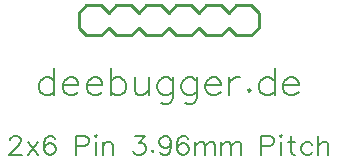
<source format=gto>
G04 Layer: TopSilkscreenLayer*
G04 EasyEDA v6.5.34, 2023-08-08 23:12:56*
G04 417032f779d546a0bdf4f7a8fd0aa538,e87ba6ffdfb0417d91de07616a749205,10*
G04 Gerber Generator version 0.2*
G04 Scale: 100 percent, Rotated: No, Reflected: No *
G04 Dimensions in millimeters *
G04 leading zeros omitted , absolute positions ,4 integer and 5 decimal *
%FSLAX45Y45*%
%MOMM*%

%ADD10C,0.2032*%
%ADD11C,0.2540*%

%LPD*%
D10*
X-969063Y892114D02*
G01*
X-969063Y663006D01*
X-969063Y783148D02*
G01*
X-990907Y804992D01*
X-1012751Y815914D01*
X-1045517Y815914D01*
X-1067361Y804992D01*
X-1089205Y783148D01*
X-1099873Y750382D01*
X-1099873Y728538D01*
X-1089205Y695772D01*
X-1067361Y673928D01*
X-1045517Y663006D01*
X-1012751Y663006D01*
X-990907Y673928D01*
X-969063Y695772D01*
X-897181Y750382D02*
G01*
X-766117Y750382D01*
X-766117Y772226D01*
X-777039Y794070D01*
X-787961Y804992D01*
X-809805Y815914D01*
X-842571Y815914D01*
X-864415Y804992D01*
X-886259Y783148D01*
X-897181Y750382D01*
X-897181Y728538D01*
X-886259Y695772D01*
X-864415Y673928D01*
X-842571Y663006D01*
X-809805Y663006D01*
X-787961Y673928D01*
X-766117Y695772D01*
X-694235Y750382D02*
G01*
X-563171Y750382D01*
X-563171Y772226D01*
X-574093Y794070D01*
X-585015Y804992D01*
X-606859Y815914D01*
X-639625Y815914D01*
X-661469Y804992D01*
X-683313Y783148D01*
X-694235Y750382D01*
X-694235Y728538D01*
X-683313Y695772D01*
X-661469Y673928D01*
X-639625Y663006D01*
X-606859Y663006D01*
X-585015Y673928D01*
X-563171Y695772D01*
X-491289Y892114D02*
G01*
X-491289Y663006D01*
X-491289Y783148D02*
G01*
X-469445Y804992D01*
X-447601Y815914D01*
X-414835Y815914D01*
X-392991Y804992D01*
X-371147Y783148D01*
X-360479Y750382D01*
X-360479Y728538D01*
X-371147Y695772D01*
X-392991Y673928D01*
X-414835Y663006D01*
X-447601Y663006D01*
X-469445Y673928D01*
X-491289Y695772D01*
X-288343Y815914D02*
G01*
X-288343Y706694D01*
X-277421Y673928D01*
X-255577Y663006D01*
X-222811Y663006D01*
X-200967Y673928D01*
X-168455Y706694D01*
X-168455Y815914D02*
G01*
X-168455Y663006D01*
X34490Y815914D02*
G01*
X34490Y641162D01*
X23568Y608650D01*
X12646Y597728D01*
X-9197Y586806D01*
X-41709Y586806D01*
X-63553Y597728D01*
X34490Y783148D02*
G01*
X12646Y804992D01*
X-9197Y815914D01*
X-41709Y815914D01*
X-63553Y804992D01*
X-85397Y783148D01*
X-96319Y750382D01*
X-96319Y728538D01*
X-85397Y695772D01*
X-63553Y673928D01*
X-41709Y663006D01*
X-9197Y663006D01*
X12646Y673928D01*
X34490Y695772D01*
X237436Y815914D02*
G01*
X237436Y641162D01*
X226514Y608650D01*
X215592Y597728D01*
X193748Y586806D01*
X160982Y586806D01*
X139392Y597728D01*
X237436Y783148D02*
G01*
X215592Y804992D01*
X193748Y815914D01*
X160982Y815914D01*
X139392Y804992D01*
X117548Y783148D01*
X106626Y750382D01*
X106626Y728538D01*
X117548Y695772D01*
X139392Y673928D01*
X160982Y663006D01*
X193748Y663006D01*
X215592Y673928D01*
X237436Y695772D01*
X309572Y750382D02*
G01*
X440382Y750382D01*
X440382Y772226D01*
X429460Y794070D01*
X418538Y804992D01*
X396694Y815914D01*
X363928Y815914D01*
X342084Y804992D01*
X320240Y783148D01*
X309572Y750382D01*
X309572Y728538D01*
X320240Y695772D01*
X342084Y673928D01*
X363928Y663006D01*
X396694Y663006D01*
X418538Y673928D01*
X440382Y695772D01*
X512264Y815914D02*
G01*
X512264Y663006D01*
X512264Y750382D02*
G01*
X523186Y783148D01*
X545030Y804992D01*
X566874Y815914D01*
X599640Y815914D01*
X682444Y717616D02*
G01*
X671522Y706694D01*
X682444Y695772D01*
X693366Y706694D01*
X682444Y717616D01*
X896312Y892114D02*
G01*
X896312Y663006D01*
X896312Y783148D02*
G01*
X874468Y804992D01*
X852624Y815914D01*
X820112Y815914D01*
X798268Y804992D01*
X776424Y783148D01*
X765502Y750382D01*
X765502Y728538D01*
X776424Y695772D01*
X798268Y673928D01*
X820112Y663006D01*
X852624Y663006D01*
X874468Y673928D01*
X896312Y695772D01*
X968448Y750382D02*
G01*
X1099258Y750382D01*
X1099258Y772226D01*
X1088336Y794070D01*
X1077414Y804992D01*
X1055570Y815914D01*
X1022804Y815914D01*
X1001214Y804992D01*
X979370Y783148D01*
X968448Y750382D01*
X968448Y728538D01*
X979370Y695772D01*
X1001214Y673928D01*
X1022804Y663006D01*
X1055570Y663006D01*
X1077414Y673928D01*
X1099258Y695772D01*
X-1342313Y282994D02*
G01*
X-1342313Y290614D01*
X-1334439Y306108D01*
X-1326819Y313728D01*
X-1311325Y321602D01*
X-1280337Y321602D01*
X-1265097Y313728D01*
X-1257223Y306108D01*
X-1249603Y290614D01*
X-1249603Y275120D01*
X-1257223Y259626D01*
X-1272717Y236512D01*
X-1349933Y159296D01*
X-1241729Y159296D01*
X-1190929Y267500D02*
G01*
X-1105839Y159296D01*
X-1105839Y267500D02*
G01*
X-1190929Y159296D01*
X-962075Y298488D02*
G01*
X-969695Y313728D01*
X-993063Y321602D01*
X-1008557Y321602D01*
X-1031671Y313728D01*
X-1047165Y290614D01*
X-1054785Y252006D01*
X-1054785Y213398D01*
X-1047165Y182410D01*
X-1031671Y166916D01*
X-1008557Y159296D01*
X-1000683Y159296D01*
X-977569Y166916D01*
X-962075Y182410D01*
X-954455Y205524D01*
X-954455Y213398D01*
X-962075Y236512D01*
X-977569Y252006D01*
X-1000683Y259626D01*
X-1008557Y259626D01*
X-1031671Y252006D01*
X-1047165Y236512D01*
X-1054785Y213398D01*
X-784275Y321602D02*
G01*
X-784275Y159296D01*
X-784275Y321602D02*
G01*
X-714933Y321602D01*
X-691565Y313728D01*
X-683945Y306108D01*
X-676071Y290614D01*
X-676071Y267500D01*
X-683945Y252006D01*
X-691565Y244386D01*
X-714933Y236512D01*
X-784275Y236512D01*
X-625271Y321602D02*
G01*
X-617397Y313728D01*
X-609777Y321602D01*
X-617397Y329222D01*
X-625271Y321602D01*
X-617397Y267500D02*
G01*
X-617397Y159296D01*
X-558723Y267500D02*
G01*
X-558723Y159296D01*
X-558723Y236512D02*
G01*
X-535609Y259626D01*
X-520115Y267500D01*
X-497001Y267500D01*
X-481507Y259626D01*
X-473633Y236512D01*
X-473633Y159296D01*
X-288213Y321602D02*
G01*
X-203377Y321602D01*
X-249605Y259626D01*
X-226491Y259626D01*
X-210997Y252006D01*
X-203377Y244386D01*
X-195503Y221018D01*
X-195503Y205524D01*
X-203377Y182410D01*
X-218617Y166916D01*
X-241985Y159296D01*
X-265099Y159296D01*
X-288213Y166916D01*
X-296087Y174790D01*
X-303707Y190284D01*
X-136829Y197904D02*
G01*
X-144449Y190284D01*
X-136829Y182410D01*
X-129209Y190284D01*
X-136829Y197904D01*
X22428Y267500D02*
G01*
X14554Y244386D01*
X-939Y228892D01*
X-24053Y221018D01*
X-31673Y221018D01*
X-54787Y228892D01*
X-70281Y244386D01*
X-78155Y267500D01*
X-78155Y275120D01*
X-70281Y298488D01*
X-54787Y313728D01*
X-31673Y321602D01*
X-24053Y321602D01*
X-939Y313728D01*
X14554Y298488D01*
X22428Y267500D01*
X22428Y228892D01*
X14554Y190284D01*
X-939Y166916D01*
X-24053Y159296D01*
X-39547Y159296D01*
X-62661Y166916D01*
X-70281Y182410D01*
X166192Y298488D02*
G01*
X158318Y313728D01*
X135204Y321602D01*
X119710Y321602D01*
X96596Y313728D01*
X81102Y290614D01*
X73482Y252006D01*
X73482Y213398D01*
X81102Y182410D01*
X96596Y166916D01*
X119710Y159296D01*
X127330Y159296D01*
X150698Y166916D01*
X166192Y182410D01*
X173812Y205524D01*
X173812Y213398D01*
X166192Y236512D01*
X150698Y252006D01*
X127330Y259626D01*
X119710Y259626D01*
X96596Y252006D01*
X81102Y236512D01*
X73482Y213398D01*
X224866Y267500D02*
G01*
X224866Y159296D01*
X224866Y236512D02*
G01*
X247980Y259626D01*
X263474Y267500D01*
X286588Y267500D01*
X302082Y259626D01*
X309702Y236512D01*
X309702Y159296D01*
X309702Y236512D02*
G01*
X333070Y259626D01*
X348564Y267500D01*
X371678Y267500D01*
X387172Y259626D01*
X394792Y236512D01*
X394792Y159296D01*
X445846Y267500D02*
G01*
X445846Y159296D01*
X445846Y236512D02*
G01*
X468960Y259626D01*
X484454Y267500D01*
X507568Y267500D01*
X523062Y259626D01*
X530936Y236512D01*
X530936Y159296D01*
X530936Y236512D02*
G01*
X554050Y259626D01*
X569544Y267500D01*
X592658Y267500D01*
X608152Y259626D01*
X615772Y236512D01*
X615772Y159296D01*
X785698Y321602D02*
G01*
X785698Y159296D01*
X785698Y321602D02*
G01*
X855294Y321602D01*
X878662Y313728D01*
X886282Y306108D01*
X893902Y290614D01*
X893902Y267500D01*
X886282Y252006D01*
X878662Y244386D01*
X855294Y236512D01*
X785698Y236512D01*
X944956Y321602D02*
G01*
X952830Y313728D01*
X960450Y321602D01*
X952830Y329222D01*
X944956Y321602D01*
X952830Y267500D02*
G01*
X952830Y159296D01*
X1034618Y321602D02*
G01*
X1034618Y190284D01*
X1042238Y166916D01*
X1057732Y159296D01*
X1073226Y159296D01*
X1011504Y267500D02*
G01*
X1065606Y267500D01*
X1216990Y244386D02*
G01*
X1201496Y259626D01*
X1186002Y267500D01*
X1162888Y267500D01*
X1147394Y259626D01*
X1131900Y244386D01*
X1124280Y221018D01*
X1124280Y205524D01*
X1131900Y182410D01*
X1147394Y166916D01*
X1162888Y159296D01*
X1186002Y159296D01*
X1201496Y166916D01*
X1216990Y182410D01*
X1268044Y321602D02*
G01*
X1268044Y159296D01*
X1268044Y236512D02*
G01*
X1291158Y259626D01*
X1306652Y267500D01*
X1329766Y267500D01*
X1345260Y259626D01*
X1352880Y236512D01*
X1352880Y159296D01*
D11*
X-762000Y1236499D02*
G01*
X-762000Y1363499D01*
X-762000Y1236499D02*
G01*
X-698500Y1172999D01*
X-571500Y1172999D01*
X-508000Y1236499D01*
X-762000Y1363499D02*
G01*
X-698500Y1426999D01*
X-571500Y1426999D01*
X-508000Y1363499D01*
X-508000Y1236499D02*
G01*
X-444500Y1172999D01*
X-317500Y1172999D01*
X-254000Y1236499D01*
X-508000Y1363499D02*
G01*
X-444500Y1426999D01*
X-317500Y1426999D01*
X-254000Y1363499D01*
X-254000Y1236499D02*
G01*
X-190500Y1172999D01*
X-63500Y1172999D01*
X0Y1236499D01*
X-254000Y1363499D02*
G01*
X-190500Y1426999D01*
X-63500Y1426999D01*
X0Y1363499D01*
X0Y1236499D02*
G01*
X63500Y1172999D01*
X190500Y1172999D01*
X254000Y1236499D01*
X0Y1363499D02*
G01*
X63500Y1426999D01*
X190500Y1426999D01*
X254000Y1363499D01*
X254000Y1236499D02*
G01*
X317500Y1172999D01*
X444500Y1172999D01*
X508000Y1236499D01*
X254000Y1363499D02*
G01*
X317500Y1426999D01*
X444500Y1426999D01*
X508000Y1363499D01*
X508000Y1236499D02*
G01*
X571500Y1172999D01*
X698500Y1172999D01*
X762000Y1236499D01*
X508000Y1363499D02*
G01*
X571500Y1426999D01*
X698500Y1426999D01*
X762000Y1363499D01*
X762000Y1236499D02*
G01*
X762000Y1363499D01*
M02*

</source>
